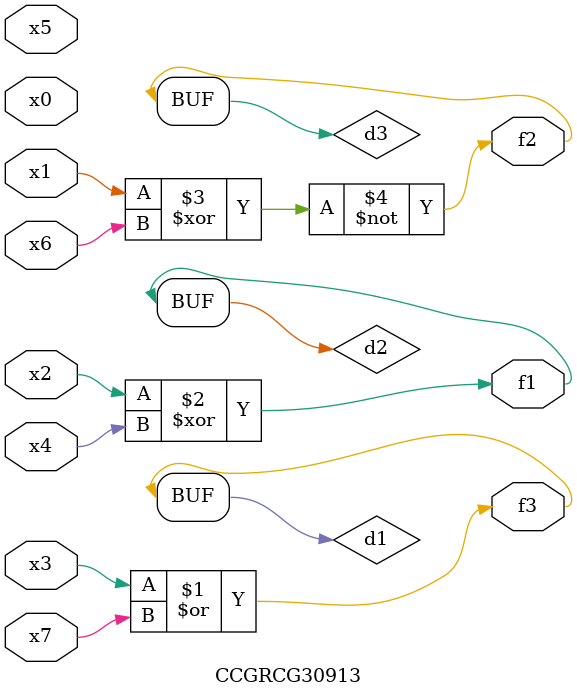
<source format=v>
module CCGRCG30913(
	input x0, x1, x2, x3, x4, x5, x6, x7,
	output f1, f2, f3
);

	wire d1, d2, d3;

	or (d1, x3, x7);
	xor (d2, x2, x4);
	xnor (d3, x1, x6);
	assign f1 = d2;
	assign f2 = d3;
	assign f3 = d1;
endmodule

</source>
